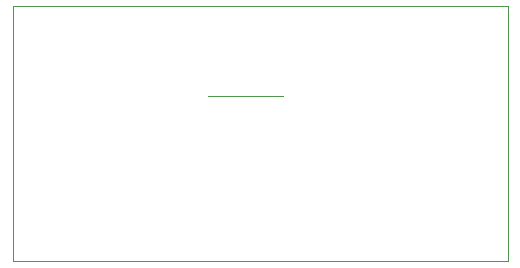
<source format=gbr>
G04 #@! TF.GenerationSoftware,KiCad,Pcbnew,(5.1.4)-1*
G04 #@! TF.CreationDate,2019-10-01T17:45:58-03:00*
G04 #@! TF.ProjectId,exemplo_curso,6578656d-706c-46f5-9f63-7572736f2e6b,rev?*
G04 #@! TF.SameCoordinates,Original*
G04 #@! TF.FileFunction,Profile,NP*
%FSLAX46Y46*%
G04 Gerber Fmt 4.6, Leading zero omitted, Abs format (unit mm)*
G04 Created by KiCad (PCBNEW (5.1.4)-1) date 2019-10-01 17:45:58*
%MOMM*%
%LPD*%
G04 APERTURE LIST*
%ADD10C,0.050000*%
G04 APERTURE END LIST*
D10*
X144780000Y-68580000D02*
X146050000Y-68580000D01*
X139700000Y-68580000D02*
X144780000Y-68580000D01*
X165100000Y-60960000D02*
X123190000Y-60960000D01*
X165100000Y-62230000D02*
X165100000Y-60960000D01*
X165100000Y-82550000D02*
X165100000Y-62230000D01*
X123190000Y-82550000D02*
X165100000Y-82550000D01*
X123190000Y-60960000D02*
X123190000Y-82550000D01*
M02*

</source>
